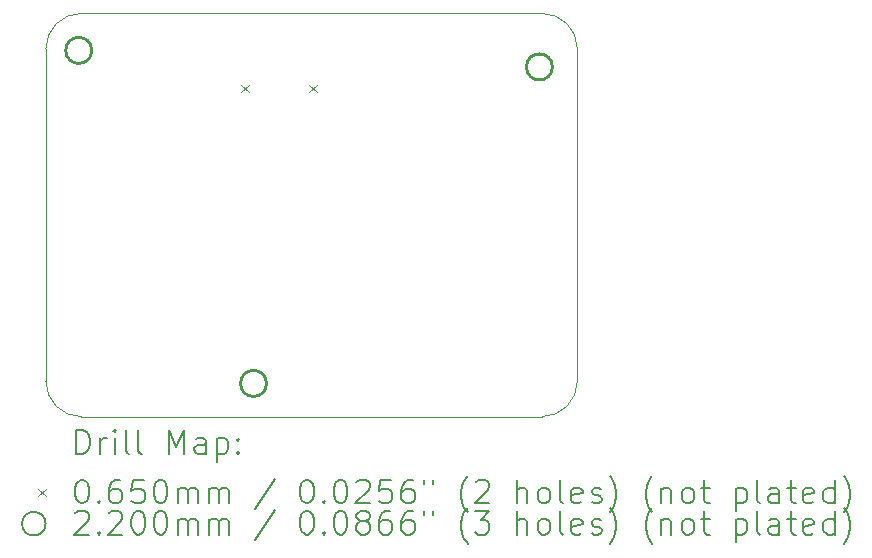
<source format=gbr>
%TF.GenerationSoftware,KiCad,Pcbnew,8.0.4*%
%TF.CreationDate,2024-10-06T13:03:44-05:00*%
%TF.ProjectId,BinauralMic,42696e61-7572-4616-9c4d-69632e6b6963,rev?*%
%TF.SameCoordinates,Original*%
%TF.FileFunction,Drillmap*%
%TF.FilePolarity,Positive*%
%FSLAX45Y45*%
G04 Gerber Fmt 4.5, Leading zero omitted, Abs format (unit mm)*
G04 Created by KiCad (PCBNEW 8.0.4) date 2024-10-06 13:03:44*
%MOMM*%
%LPD*%
G01*
G04 APERTURE LIST*
%ADD10C,0.050000*%
%ADD11C,0.200000*%
%ADD12C,0.100000*%
%ADD13C,0.220000*%
G04 APERTURE END LIST*
D10*
X16581598Y-5405955D02*
X16581598Y-8220955D01*
X12381598Y-8520955D02*
G75*
G02*
X12081595Y-8220954I2J300005D01*
G01*
X16281598Y-8520955D02*
X12381598Y-8520955D01*
X16281598Y-5105955D02*
G75*
G02*
X16581595Y-5405955I2J-299995D01*
G01*
X12081598Y-5405955D02*
G75*
G02*
X12381598Y-5105948I300002J5D01*
G01*
X12381598Y-5105955D02*
X16281598Y-5105955D01*
X12081598Y-8220954D02*
X12081598Y-5405955D01*
X16581598Y-8220955D02*
G75*
G02*
X16281598Y-8520958I-300008J5D01*
G01*
D11*
D12*
X13735098Y-5708955D02*
X13800098Y-5773955D01*
X13800098Y-5708955D02*
X13735098Y-5773955D01*
X14313098Y-5708955D02*
X14378098Y-5773955D01*
X14378098Y-5708955D02*
X14313098Y-5773955D01*
D13*
X12470000Y-5420000D02*
G75*
G02*
X12250000Y-5420000I-110000J0D01*
G01*
X12250000Y-5420000D02*
G75*
G02*
X12470000Y-5420000I110000J0D01*
G01*
X13950000Y-8240000D02*
G75*
G02*
X13730000Y-8240000I-110000J0D01*
G01*
X13730000Y-8240000D02*
G75*
G02*
X13950000Y-8240000I110000J0D01*
G01*
X16370000Y-5560000D02*
G75*
G02*
X16150000Y-5560000I-110000J0D01*
G01*
X16150000Y-5560000D02*
G75*
G02*
X16370000Y-5560000I110000J0D01*
G01*
D11*
X12339875Y-8834939D02*
X12339875Y-8634939D01*
X12339875Y-8634939D02*
X12387494Y-8634939D01*
X12387494Y-8634939D02*
X12416065Y-8644462D01*
X12416065Y-8644462D02*
X12435113Y-8663510D01*
X12435113Y-8663510D02*
X12444637Y-8682558D01*
X12444637Y-8682558D02*
X12454160Y-8720653D01*
X12454160Y-8720653D02*
X12454160Y-8749224D01*
X12454160Y-8749224D02*
X12444637Y-8787319D01*
X12444637Y-8787319D02*
X12435113Y-8806367D01*
X12435113Y-8806367D02*
X12416065Y-8825415D01*
X12416065Y-8825415D02*
X12387494Y-8834939D01*
X12387494Y-8834939D02*
X12339875Y-8834939D01*
X12539875Y-8834939D02*
X12539875Y-8701605D01*
X12539875Y-8739700D02*
X12549399Y-8720653D01*
X12549399Y-8720653D02*
X12558922Y-8711129D01*
X12558922Y-8711129D02*
X12577970Y-8701605D01*
X12577970Y-8701605D02*
X12597018Y-8701605D01*
X12663684Y-8834939D02*
X12663684Y-8701605D01*
X12663684Y-8634939D02*
X12654160Y-8644462D01*
X12654160Y-8644462D02*
X12663684Y-8653986D01*
X12663684Y-8653986D02*
X12673208Y-8644462D01*
X12673208Y-8644462D02*
X12663684Y-8634939D01*
X12663684Y-8634939D02*
X12663684Y-8653986D01*
X12787494Y-8834939D02*
X12768446Y-8825415D01*
X12768446Y-8825415D02*
X12758922Y-8806367D01*
X12758922Y-8806367D02*
X12758922Y-8634939D01*
X12892256Y-8834939D02*
X12873208Y-8825415D01*
X12873208Y-8825415D02*
X12863684Y-8806367D01*
X12863684Y-8806367D02*
X12863684Y-8634939D01*
X13120827Y-8834939D02*
X13120827Y-8634939D01*
X13120827Y-8634939D02*
X13187494Y-8777796D01*
X13187494Y-8777796D02*
X13254160Y-8634939D01*
X13254160Y-8634939D02*
X13254160Y-8834939D01*
X13435113Y-8834939D02*
X13435113Y-8730177D01*
X13435113Y-8730177D02*
X13425589Y-8711129D01*
X13425589Y-8711129D02*
X13406541Y-8701605D01*
X13406541Y-8701605D02*
X13368446Y-8701605D01*
X13368446Y-8701605D02*
X13349399Y-8711129D01*
X13435113Y-8825415D02*
X13416065Y-8834939D01*
X13416065Y-8834939D02*
X13368446Y-8834939D01*
X13368446Y-8834939D02*
X13349399Y-8825415D01*
X13349399Y-8825415D02*
X13339875Y-8806367D01*
X13339875Y-8806367D02*
X13339875Y-8787319D01*
X13339875Y-8787319D02*
X13349399Y-8768272D01*
X13349399Y-8768272D02*
X13368446Y-8758748D01*
X13368446Y-8758748D02*
X13416065Y-8758748D01*
X13416065Y-8758748D02*
X13435113Y-8749224D01*
X13530351Y-8701605D02*
X13530351Y-8901605D01*
X13530351Y-8711129D02*
X13549399Y-8701605D01*
X13549399Y-8701605D02*
X13587494Y-8701605D01*
X13587494Y-8701605D02*
X13606541Y-8711129D01*
X13606541Y-8711129D02*
X13616065Y-8720653D01*
X13616065Y-8720653D02*
X13625589Y-8739700D01*
X13625589Y-8739700D02*
X13625589Y-8796843D01*
X13625589Y-8796843D02*
X13616065Y-8815891D01*
X13616065Y-8815891D02*
X13606541Y-8825415D01*
X13606541Y-8825415D02*
X13587494Y-8834939D01*
X13587494Y-8834939D02*
X13549399Y-8834939D01*
X13549399Y-8834939D02*
X13530351Y-8825415D01*
X13711303Y-8815891D02*
X13720827Y-8825415D01*
X13720827Y-8825415D02*
X13711303Y-8834939D01*
X13711303Y-8834939D02*
X13701780Y-8825415D01*
X13701780Y-8825415D02*
X13711303Y-8815891D01*
X13711303Y-8815891D02*
X13711303Y-8834939D01*
X13711303Y-8711129D02*
X13720827Y-8720653D01*
X13720827Y-8720653D02*
X13711303Y-8730177D01*
X13711303Y-8730177D02*
X13701780Y-8720653D01*
X13701780Y-8720653D02*
X13711303Y-8711129D01*
X13711303Y-8711129D02*
X13711303Y-8730177D01*
D12*
X12014098Y-9130955D02*
X12079098Y-9195955D01*
X12079098Y-9130955D02*
X12014098Y-9195955D01*
D11*
X12377970Y-9054939D02*
X12397018Y-9054939D01*
X12397018Y-9054939D02*
X12416065Y-9064462D01*
X12416065Y-9064462D02*
X12425589Y-9073986D01*
X12425589Y-9073986D02*
X12435113Y-9093034D01*
X12435113Y-9093034D02*
X12444637Y-9131129D01*
X12444637Y-9131129D02*
X12444637Y-9178748D01*
X12444637Y-9178748D02*
X12435113Y-9216843D01*
X12435113Y-9216843D02*
X12425589Y-9235891D01*
X12425589Y-9235891D02*
X12416065Y-9245415D01*
X12416065Y-9245415D02*
X12397018Y-9254939D01*
X12397018Y-9254939D02*
X12377970Y-9254939D01*
X12377970Y-9254939D02*
X12358922Y-9245415D01*
X12358922Y-9245415D02*
X12349399Y-9235891D01*
X12349399Y-9235891D02*
X12339875Y-9216843D01*
X12339875Y-9216843D02*
X12330351Y-9178748D01*
X12330351Y-9178748D02*
X12330351Y-9131129D01*
X12330351Y-9131129D02*
X12339875Y-9093034D01*
X12339875Y-9093034D02*
X12349399Y-9073986D01*
X12349399Y-9073986D02*
X12358922Y-9064462D01*
X12358922Y-9064462D02*
X12377970Y-9054939D01*
X12530351Y-9235891D02*
X12539875Y-9245415D01*
X12539875Y-9245415D02*
X12530351Y-9254939D01*
X12530351Y-9254939D02*
X12520827Y-9245415D01*
X12520827Y-9245415D02*
X12530351Y-9235891D01*
X12530351Y-9235891D02*
X12530351Y-9254939D01*
X12711303Y-9054939D02*
X12673208Y-9054939D01*
X12673208Y-9054939D02*
X12654160Y-9064462D01*
X12654160Y-9064462D02*
X12644637Y-9073986D01*
X12644637Y-9073986D02*
X12625589Y-9102558D01*
X12625589Y-9102558D02*
X12616065Y-9140653D01*
X12616065Y-9140653D02*
X12616065Y-9216843D01*
X12616065Y-9216843D02*
X12625589Y-9235891D01*
X12625589Y-9235891D02*
X12635113Y-9245415D01*
X12635113Y-9245415D02*
X12654160Y-9254939D01*
X12654160Y-9254939D02*
X12692256Y-9254939D01*
X12692256Y-9254939D02*
X12711303Y-9245415D01*
X12711303Y-9245415D02*
X12720827Y-9235891D01*
X12720827Y-9235891D02*
X12730351Y-9216843D01*
X12730351Y-9216843D02*
X12730351Y-9169224D01*
X12730351Y-9169224D02*
X12720827Y-9150177D01*
X12720827Y-9150177D02*
X12711303Y-9140653D01*
X12711303Y-9140653D02*
X12692256Y-9131129D01*
X12692256Y-9131129D02*
X12654160Y-9131129D01*
X12654160Y-9131129D02*
X12635113Y-9140653D01*
X12635113Y-9140653D02*
X12625589Y-9150177D01*
X12625589Y-9150177D02*
X12616065Y-9169224D01*
X12911303Y-9054939D02*
X12816065Y-9054939D01*
X12816065Y-9054939D02*
X12806541Y-9150177D01*
X12806541Y-9150177D02*
X12816065Y-9140653D01*
X12816065Y-9140653D02*
X12835113Y-9131129D01*
X12835113Y-9131129D02*
X12882732Y-9131129D01*
X12882732Y-9131129D02*
X12901780Y-9140653D01*
X12901780Y-9140653D02*
X12911303Y-9150177D01*
X12911303Y-9150177D02*
X12920827Y-9169224D01*
X12920827Y-9169224D02*
X12920827Y-9216843D01*
X12920827Y-9216843D02*
X12911303Y-9235891D01*
X12911303Y-9235891D02*
X12901780Y-9245415D01*
X12901780Y-9245415D02*
X12882732Y-9254939D01*
X12882732Y-9254939D02*
X12835113Y-9254939D01*
X12835113Y-9254939D02*
X12816065Y-9245415D01*
X12816065Y-9245415D02*
X12806541Y-9235891D01*
X13044637Y-9054939D02*
X13063684Y-9054939D01*
X13063684Y-9054939D02*
X13082732Y-9064462D01*
X13082732Y-9064462D02*
X13092256Y-9073986D01*
X13092256Y-9073986D02*
X13101780Y-9093034D01*
X13101780Y-9093034D02*
X13111303Y-9131129D01*
X13111303Y-9131129D02*
X13111303Y-9178748D01*
X13111303Y-9178748D02*
X13101780Y-9216843D01*
X13101780Y-9216843D02*
X13092256Y-9235891D01*
X13092256Y-9235891D02*
X13082732Y-9245415D01*
X13082732Y-9245415D02*
X13063684Y-9254939D01*
X13063684Y-9254939D02*
X13044637Y-9254939D01*
X13044637Y-9254939D02*
X13025589Y-9245415D01*
X13025589Y-9245415D02*
X13016065Y-9235891D01*
X13016065Y-9235891D02*
X13006541Y-9216843D01*
X13006541Y-9216843D02*
X12997018Y-9178748D01*
X12997018Y-9178748D02*
X12997018Y-9131129D01*
X12997018Y-9131129D02*
X13006541Y-9093034D01*
X13006541Y-9093034D02*
X13016065Y-9073986D01*
X13016065Y-9073986D02*
X13025589Y-9064462D01*
X13025589Y-9064462D02*
X13044637Y-9054939D01*
X13197018Y-9254939D02*
X13197018Y-9121605D01*
X13197018Y-9140653D02*
X13206541Y-9131129D01*
X13206541Y-9131129D02*
X13225589Y-9121605D01*
X13225589Y-9121605D02*
X13254161Y-9121605D01*
X13254161Y-9121605D02*
X13273208Y-9131129D01*
X13273208Y-9131129D02*
X13282732Y-9150177D01*
X13282732Y-9150177D02*
X13282732Y-9254939D01*
X13282732Y-9150177D02*
X13292256Y-9131129D01*
X13292256Y-9131129D02*
X13311303Y-9121605D01*
X13311303Y-9121605D02*
X13339875Y-9121605D01*
X13339875Y-9121605D02*
X13358922Y-9131129D01*
X13358922Y-9131129D02*
X13368446Y-9150177D01*
X13368446Y-9150177D02*
X13368446Y-9254939D01*
X13463684Y-9254939D02*
X13463684Y-9121605D01*
X13463684Y-9140653D02*
X13473208Y-9131129D01*
X13473208Y-9131129D02*
X13492256Y-9121605D01*
X13492256Y-9121605D02*
X13520827Y-9121605D01*
X13520827Y-9121605D02*
X13539875Y-9131129D01*
X13539875Y-9131129D02*
X13549399Y-9150177D01*
X13549399Y-9150177D02*
X13549399Y-9254939D01*
X13549399Y-9150177D02*
X13558922Y-9131129D01*
X13558922Y-9131129D02*
X13577970Y-9121605D01*
X13577970Y-9121605D02*
X13606541Y-9121605D01*
X13606541Y-9121605D02*
X13625589Y-9131129D01*
X13625589Y-9131129D02*
X13635113Y-9150177D01*
X13635113Y-9150177D02*
X13635113Y-9254939D01*
X14025589Y-9045415D02*
X13854161Y-9302558D01*
X14282732Y-9054939D02*
X14301780Y-9054939D01*
X14301780Y-9054939D02*
X14320827Y-9064462D01*
X14320827Y-9064462D02*
X14330351Y-9073986D01*
X14330351Y-9073986D02*
X14339875Y-9093034D01*
X14339875Y-9093034D02*
X14349399Y-9131129D01*
X14349399Y-9131129D02*
X14349399Y-9178748D01*
X14349399Y-9178748D02*
X14339875Y-9216843D01*
X14339875Y-9216843D02*
X14330351Y-9235891D01*
X14330351Y-9235891D02*
X14320827Y-9245415D01*
X14320827Y-9245415D02*
X14301780Y-9254939D01*
X14301780Y-9254939D02*
X14282732Y-9254939D01*
X14282732Y-9254939D02*
X14263684Y-9245415D01*
X14263684Y-9245415D02*
X14254161Y-9235891D01*
X14254161Y-9235891D02*
X14244637Y-9216843D01*
X14244637Y-9216843D02*
X14235113Y-9178748D01*
X14235113Y-9178748D02*
X14235113Y-9131129D01*
X14235113Y-9131129D02*
X14244637Y-9093034D01*
X14244637Y-9093034D02*
X14254161Y-9073986D01*
X14254161Y-9073986D02*
X14263684Y-9064462D01*
X14263684Y-9064462D02*
X14282732Y-9054939D01*
X14435113Y-9235891D02*
X14444637Y-9245415D01*
X14444637Y-9245415D02*
X14435113Y-9254939D01*
X14435113Y-9254939D02*
X14425589Y-9245415D01*
X14425589Y-9245415D02*
X14435113Y-9235891D01*
X14435113Y-9235891D02*
X14435113Y-9254939D01*
X14568446Y-9054939D02*
X14587494Y-9054939D01*
X14587494Y-9054939D02*
X14606542Y-9064462D01*
X14606542Y-9064462D02*
X14616065Y-9073986D01*
X14616065Y-9073986D02*
X14625589Y-9093034D01*
X14625589Y-9093034D02*
X14635113Y-9131129D01*
X14635113Y-9131129D02*
X14635113Y-9178748D01*
X14635113Y-9178748D02*
X14625589Y-9216843D01*
X14625589Y-9216843D02*
X14616065Y-9235891D01*
X14616065Y-9235891D02*
X14606542Y-9245415D01*
X14606542Y-9245415D02*
X14587494Y-9254939D01*
X14587494Y-9254939D02*
X14568446Y-9254939D01*
X14568446Y-9254939D02*
X14549399Y-9245415D01*
X14549399Y-9245415D02*
X14539875Y-9235891D01*
X14539875Y-9235891D02*
X14530351Y-9216843D01*
X14530351Y-9216843D02*
X14520827Y-9178748D01*
X14520827Y-9178748D02*
X14520827Y-9131129D01*
X14520827Y-9131129D02*
X14530351Y-9093034D01*
X14530351Y-9093034D02*
X14539875Y-9073986D01*
X14539875Y-9073986D02*
X14549399Y-9064462D01*
X14549399Y-9064462D02*
X14568446Y-9054939D01*
X14711304Y-9073986D02*
X14720827Y-9064462D01*
X14720827Y-9064462D02*
X14739875Y-9054939D01*
X14739875Y-9054939D02*
X14787494Y-9054939D01*
X14787494Y-9054939D02*
X14806542Y-9064462D01*
X14806542Y-9064462D02*
X14816065Y-9073986D01*
X14816065Y-9073986D02*
X14825589Y-9093034D01*
X14825589Y-9093034D02*
X14825589Y-9112081D01*
X14825589Y-9112081D02*
X14816065Y-9140653D01*
X14816065Y-9140653D02*
X14701780Y-9254939D01*
X14701780Y-9254939D02*
X14825589Y-9254939D01*
X15006542Y-9054939D02*
X14911304Y-9054939D01*
X14911304Y-9054939D02*
X14901780Y-9150177D01*
X14901780Y-9150177D02*
X14911304Y-9140653D01*
X14911304Y-9140653D02*
X14930351Y-9131129D01*
X14930351Y-9131129D02*
X14977970Y-9131129D01*
X14977970Y-9131129D02*
X14997018Y-9140653D01*
X14997018Y-9140653D02*
X15006542Y-9150177D01*
X15006542Y-9150177D02*
X15016065Y-9169224D01*
X15016065Y-9169224D02*
X15016065Y-9216843D01*
X15016065Y-9216843D02*
X15006542Y-9235891D01*
X15006542Y-9235891D02*
X14997018Y-9245415D01*
X14997018Y-9245415D02*
X14977970Y-9254939D01*
X14977970Y-9254939D02*
X14930351Y-9254939D01*
X14930351Y-9254939D02*
X14911304Y-9245415D01*
X14911304Y-9245415D02*
X14901780Y-9235891D01*
X15187494Y-9054939D02*
X15149399Y-9054939D01*
X15149399Y-9054939D02*
X15130351Y-9064462D01*
X15130351Y-9064462D02*
X15120827Y-9073986D01*
X15120827Y-9073986D02*
X15101780Y-9102558D01*
X15101780Y-9102558D02*
X15092256Y-9140653D01*
X15092256Y-9140653D02*
X15092256Y-9216843D01*
X15092256Y-9216843D02*
X15101780Y-9235891D01*
X15101780Y-9235891D02*
X15111304Y-9245415D01*
X15111304Y-9245415D02*
X15130351Y-9254939D01*
X15130351Y-9254939D02*
X15168446Y-9254939D01*
X15168446Y-9254939D02*
X15187494Y-9245415D01*
X15187494Y-9245415D02*
X15197018Y-9235891D01*
X15197018Y-9235891D02*
X15206542Y-9216843D01*
X15206542Y-9216843D02*
X15206542Y-9169224D01*
X15206542Y-9169224D02*
X15197018Y-9150177D01*
X15197018Y-9150177D02*
X15187494Y-9140653D01*
X15187494Y-9140653D02*
X15168446Y-9131129D01*
X15168446Y-9131129D02*
X15130351Y-9131129D01*
X15130351Y-9131129D02*
X15111304Y-9140653D01*
X15111304Y-9140653D02*
X15101780Y-9150177D01*
X15101780Y-9150177D02*
X15092256Y-9169224D01*
X15282732Y-9054939D02*
X15282732Y-9093034D01*
X15358923Y-9054939D02*
X15358923Y-9093034D01*
X15654161Y-9331129D02*
X15644637Y-9321605D01*
X15644637Y-9321605D02*
X15625589Y-9293034D01*
X15625589Y-9293034D02*
X15616066Y-9273986D01*
X15616066Y-9273986D02*
X15606542Y-9245415D01*
X15606542Y-9245415D02*
X15597018Y-9197796D01*
X15597018Y-9197796D02*
X15597018Y-9159700D01*
X15597018Y-9159700D02*
X15606542Y-9112081D01*
X15606542Y-9112081D02*
X15616066Y-9083510D01*
X15616066Y-9083510D02*
X15625589Y-9064462D01*
X15625589Y-9064462D02*
X15644637Y-9035891D01*
X15644637Y-9035891D02*
X15654161Y-9026367D01*
X15720827Y-9073986D02*
X15730351Y-9064462D01*
X15730351Y-9064462D02*
X15749399Y-9054939D01*
X15749399Y-9054939D02*
X15797018Y-9054939D01*
X15797018Y-9054939D02*
X15816066Y-9064462D01*
X15816066Y-9064462D02*
X15825589Y-9073986D01*
X15825589Y-9073986D02*
X15835113Y-9093034D01*
X15835113Y-9093034D02*
X15835113Y-9112081D01*
X15835113Y-9112081D02*
X15825589Y-9140653D01*
X15825589Y-9140653D02*
X15711304Y-9254939D01*
X15711304Y-9254939D02*
X15835113Y-9254939D01*
X16073208Y-9254939D02*
X16073208Y-9054939D01*
X16158923Y-9254939D02*
X16158923Y-9150177D01*
X16158923Y-9150177D02*
X16149399Y-9131129D01*
X16149399Y-9131129D02*
X16130351Y-9121605D01*
X16130351Y-9121605D02*
X16101780Y-9121605D01*
X16101780Y-9121605D02*
X16082732Y-9131129D01*
X16082732Y-9131129D02*
X16073208Y-9140653D01*
X16282732Y-9254939D02*
X16263685Y-9245415D01*
X16263685Y-9245415D02*
X16254161Y-9235891D01*
X16254161Y-9235891D02*
X16244637Y-9216843D01*
X16244637Y-9216843D02*
X16244637Y-9159700D01*
X16244637Y-9159700D02*
X16254161Y-9140653D01*
X16254161Y-9140653D02*
X16263685Y-9131129D01*
X16263685Y-9131129D02*
X16282732Y-9121605D01*
X16282732Y-9121605D02*
X16311304Y-9121605D01*
X16311304Y-9121605D02*
X16330351Y-9131129D01*
X16330351Y-9131129D02*
X16339875Y-9140653D01*
X16339875Y-9140653D02*
X16349399Y-9159700D01*
X16349399Y-9159700D02*
X16349399Y-9216843D01*
X16349399Y-9216843D02*
X16339875Y-9235891D01*
X16339875Y-9235891D02*
X16330351Y-9245415D01*
X16330351Y-9245415D02*
X16311304Y-9254939D01*
X16311304Y-9254939D02*
X16282732Y-9254939D01*
X16463685Y-9254939D02*
X16444637Y-9245415D01*
X16444637Y-9245415D02*
X16435113Y-9226367D01*
X16435113Y-9226367D02*
X16435113Y-9054939D01*
X16616066Y-9245415D02*
X16597018Y-9254939D01*
X16597018Y-9254939D02*
X16558923Y-9254939D01*
X16558923Y-9254939D02*
X16539875Y-9245415D01*
X16539875Y-9245415D02*
X16530351Y-9226367D01*
X16530351Y-9226367D02*
X16530351Y-9150177D01*
X16530351Y-9150177D02*
X16539875Y-9131129D01*
X16539875Y-9131129D02*
X16558923Y-9121605D01*
X16558923Y-9121605D02*
X16597018Y-9121605D01*
X16597018Y-9121605D02*
X16616066Y-9131129D01*
X16616066Y-9131129D02*
X16625589Y-9150177D01*
X16625589Y-9150177D02*
X16625589Y-9169224D01*
X16625589Y-9169224D02*
X16530351Y-9188272D01*
X16701780Y-9245415D02*
X16720828Y-9254939D01*
X16720828Y-9254939D02*
X16758923Y-9254939D01*
X16758923Y-9254939D02*
X16777971Y-9245415D01*
X16777971Y-9245415D02*
X16787494Y-9226367D01*
X16787494Y-9226367D02*
X16787494Y-9216843D01*
X16787494Y-9216843D02*
X16777971Y-9197796D01*
X16777971Y-9197796D02*
X16758923Y-9188272D01*
X16758923Y-9188272D02*
X16730351Y-9188272D01*
X16730351Y-9188272D02*
X16711304Y-9178748D01*
X16711304Y-9178748D02*
X16701780Y-9159700D01*
X16701780Y-9159700D02*
X16701780Y-9150177D01*
X16701780Y-9150177D02*
X16711304Y-9131129D01*
X16711304Y-9131129D02*
X16730351Y-9121605D01*
X16730351Y-9121605D02*
X16758923Y-9121605D01*
X16758923Y-9121605D02*
X16777971Y-9131129D01*
X16854161Y-9331129D02*
X16863685Y-9321605D01*
X16863685Y-9321605D02*
X16882732Y-9293034D01*
X16882732Y-9293034D02*
X16892256Y-9273986D01*
X16892256Y-9273986D02*
X16901780Y-9245415D01*
X16901780Y-9245415D02*
X16911304Y-9197796D01*
X16911304Y-9197796D02*
X16911304Y-9159700D01*
X16911304Y-9159700D02*
X16901780Y-9112081D01*
X16901780Y-9112081D02*
X16892256Y-9083510D01*
X16892256Y-9083510D02*
X16882732Y-9064462D01*
X16882732Y-9064462D02*
X16863685Y-9035891D01*
X16863685Y-9035891D02*
X16854161Y-9026367D01*
X17216066Y-9331129D02*
X17206542Y-9321605D01*
X17206542Y-9321605D02*
X17187494Y-9293034D01*
X17187494Y-9293034D02*
X17177971Y-9273986D01*
X17177971Y-9273986D02*
X17168447Y-9245415D01*
X17168447Y-9245415D02*
X17158923Y-9197796D01*
X17158923Y-9197796D02*
X17158923Y-9159700D01*
X17158923Y-9159700D02*
X17168447Y-9112081D01*
X17168447Y-9112081D02*
X17177971Y-9083510D01*
X17177971Y-9083510D02*
X17187494Y-9064462D01*
X17187494Y-9064462D02*
X17206542Y-9035891D01*
X17206542Y-9035891D02*
X17216066Y-9026367D01*
X17292256Y-9121605D02*
X17292256Y-9254939D01*
X17292256Y-9140653D02*
X17301780Y-9131129D01*
X17301780Y-9131129D02*
X17320828Y-9121605D01*
X17320828Y-9121605D02*
X17349399Y-9121605D01*
X17349399Y-9121605D02*
X17368447Y-9131129D01*
X17368447Y-9131129D02*
X17377971Y-9150177D01*
X17377971Y-9150177D02*
X17377971Y-9254939D01*
X17501780Y-9254939D02*
X17482732Y-9245415D01*
X17482732Y-9245415D02*
X17473209Y-9235891D01*
X17473209Y-9235891D02*
X17463685Y-9216843D01*
X17463685Y-9216843D02*
X17463685Y-9159700D01*
X17463685Y-9159700D02*
X17473209Y-9140653D01*
X17473209Y-9140653D02*
X17482732Y-9131129D01*
X17482732Y-9131129D02*
X17501780Y-9121605D01*
X17501780Y-9121605D02*
X17530352Y-9121605D01*
X17530352Y-9121605D02*
X17549399Y-9131129D01*
X17549399Y-9131129D02*
X17558923Y-9140653D01*
X17558923Y-9140653D02*
X17568447Y-9159700D01*
X17568447Y-9159700D02*
X17568447Y-9216843D01*
X17568447Y-9216843D02*
X17558923Y-9235891D01*
X17558923Y-9235891D02*
X17549399Y-9245415D01*
X17549399Y-9245415D02*
X17530352Y-9254939D01*
X17530352Y-9254939D02*
X17501780Y-9254939D01*
X17625590Y-9121605D02*
X17701780Y-9121605D01*
X17654161Y-9054939D02*
X17654161Y-9226367D01*
X17654161Y-9226367D02*
X17663685Y-9245415D01*
X17663685Y-9245415D02*
X17682732Y-9254939D01*
X17682732Y-9254939D02*
X17701780Y-9254939D01*
X17920828Y-9121605D02*
X17920828Y-9321605D01*
X17920828Y-9131129D02*
X17939875Y-9121605D01*
X17939875Y-9121605D02*
X17977971Y-9121605D01*
X17977971Y-9121605D02*
X17997018Y-9131129D01*
X17997018Y-9131129D02*
X18006542Y-9140653D01*
X18006542Y-9140653D02*
X18016066Y-9159700D01*
X18016066Y-9159700D02*
X18016066Y-9216843D01*
X18016066Y-9216843D02*
X18006542Y-9235891D01*
X18006542Y-9235891D02*
X17997018Y-9245415D01*
X17997018Y-9245415D02*
X17977971Y-9254939D01*
X17977971Y-9254939D02*
X17939875Y-9254939D01*
X17939875Y-9254939D02*
X17920828Y-9245415D01*
X18130352Y-9254939D02*
X18111304Y-9245415D01*
X18111304Y-9245415D02*
X18101780Y-9226367D01*
X18101780Y-9226367D02*
X18101780Y-9054939D01*
X18292256Y-9254939D02*
X18292256Y-9150177D01*
X18292256Y-9150177D02*
X18282733Y-9131129D01*
X18282733Y-9131129D02*
X18263685Y-9121605D01*
X18263685Y-9121605D02*
X18225590Y-9121605D01*
X18225590Y-9121605D02*
X18206542Y-9131129D01*
X18292256Y-9245415D02*
X18273209Y-9254939D01*
X18273209Y-9254939D02*
X18225590Y-9254939D01*
X18225590Y-9254939D02*
X18206542Y-9245415D01*
X18206542Y-9245415D02*
X18197018Y-9226367D01*
X18197018Y-9226367D02*
X18197018Y-9207319D01*
X18197018Y-9207319D02*
X18206542Y-9188272D01*
X18206542Y-9188272D02*
X18225590Y-9178748D01*
X18225590Y-9178748D02*
X18273209Y-9178748D01*
X18273209Y-9178748D02*
X18292256Y-9169224D01*
X18358923Y-9121605D02*
X18435113Y-9121605D01*
X18387494Y-9054939D02*
X18387494Y-9226367D01*
X18387494Y-9226367D02*
X18397018Y-9245415D01*
X18397018Y-9245415D02*
X18416066Y-9254939D01*
X18416066Y-9254939D02*
X18435113Y-9254939D01*
X18577971Y-9245415D02*
X18558923Y-9254939D01*
X18558923Y-9254939D02*
X18520828Y-9254939D01*
X18520828Y-9254939D02*
X18501780Y-9245415D01*
X18501780Y-9245415D02*
X18492256Y-9226367D01*
X18492256Y-9226367D02*
X18492256Y-9150177D01*
X18492256Y-9150177D02*
X18501780Y-9131129D01*
X18501780Y-9131129D02*
X18520828Y-9121605D01*
X18520828Y-9121605D02*
X18558923Y-9121605D01*
X18558923Y-9121605D02*
X18577971Y-9131129D01*
X18577971Y-9131129D02*
X18587494Y-9150177D01*
X18587494Y-9150177D02*
X18587494Y-9169224D01*
X18587494Y-9169224D02*
X18492256Y-9188272D01*
X18758923Y-9254939D02*
X18758923Y-9054939D01*
X18758923Y-9245415D02*
X18739875Y-9254939D01*
X18739875Y-9254939D02*
X18701780Y-9254939D01*
X18701780Y-9254939D02*
X18682733Y-9245415D01*
X18682733Y-9245415D02*
X18673209Y-9235891D01*
X18673209Y-9235891D02*
X18663685Y-9216843D01*
X18663685Y-9216843D02*
X18663685Y-9159700D01*
X18663685Y-9159700D02*
X18673209Y-9140653D01*
X18673209Y-9140653D02*
X18682733Y-9131129D01*
X18682733Y-9131129D02*
X18701780Y-9121605D01*
X18701780Y-9121605D02*
X18739875Y-9121605D01*
X18739875Y-9121605D02*
X18758923Y-9131129D01*
X18835114Y-9331129D02*
X18844637Y-9321605D01*
X18844637Y-9321605D02*
X18863685Y-9293034D01*
X18863685Y-9293034D02*
X18873209Y-9273986D01*
X18873209Y-9273986D02*
X18882733Y-9245415D01*
X18882733Y-9245415D02*
X18892256Y-9197796D01*
X18892256Y-9197796D02*
X18892256Y-9159700D01*
X18892256Y-9159700D02*
X18882733Y-9112081D01*
X18882733Y-9112081D02*
X18873209Y-9083510D01*
X18873209Y-9083510D02*
X18863685Y-9064462D01*
X18863685Y-9064462D02*
X18844637Y-9035891D01*
X18844637Y-9035891D02*
X18835114Y-9026367D01*
X12079098Y-9427455D02*
G75*
G02*
X11879098Y-9427455I-100000J0D01*
G01*
X11879098Y-9427455D02*
G75*
G02*
X12079098Y-9427455I100000J0D01*
G01*
X12330351Y-9337986D02*
X12339875Y-9328462D01*
X12339875Y-9328462D02*
X12358922Y-9318939D01*
X12358922Y-9318939D02*
X12406541Y-9318939D01*
X12406541Y-9318939D02*
X12425589Y-9328462D01*
X12425589Y-9328462D02*
X12435113Y-9337986D01*
X12435113Y-9337986D02*
X12444637Y-9357034D01*
X12444637Y-9357034D02*
X12444637Y-9376081D01*
X12444637Y-9376081D02*
X12435113Y-9404653D01*
X12435113Y-9404653D02*
X12320827Y-9518939D01*
X12320827Y-9518939D02*
X12444637Y-9518939D01*
X12530351Y-9499891D02*
X12539875Y-9509415D01*
X12539875Y-9509415D02*
X12530351Y-9518939D01*
X12530351Y-9518939D02*
X12520827Y-9509415D01*
X12520827Y-9509415D02*
X12530351Y-9499891D01*
X12530351Y-9499891D02*
X12530351Y-9518939D01*
X12616065Y-9337986D02*
X12625589Y-9328462D01*
X12625589Y-9328462D02*
X12644637Y-9318939D01*
X12644637Y-9318939D02*
X12692256Y-9318939D01*
X12692256Y-9318939D02*
X12711303Y-9328462D01*
X12711303Y-9328462D02*
X12720827Y-9337986D01*
X12720827Y-9337986D02*
X12730351Y-9357034D01*
X12730351Y-9357034D02*
X12730351Y-9376081D01*
X12730351Y-9376081D02*
X12720827Y-9404653D01*
X12720827Y-9404653D02*
X12606541Y-9518939D01*
X12606541Y-9518939D02*
X12730351Y-9518939D01*
X12854160Y-9318939D02*
X12873208Y-9318939D01*
X12873208Y-9318939D02*
X12892256Y-9328462D01*
X12892256Y-9328462D02*
X12901780Y-9337986D01*
X12901780Y-9337986D02*
X12911303Y-9357034D01*
X12911303Y-9357034D02*
X12920827Y-9395129D01*
X12920827Y-9395129D02*
X12920827Y-9442748D01*
X12920827Y-9442748D02*
X12911303Y-9480843D01*
X12911303Y-9480843D02*
X12901780Y-9499891D01*
X12901780Y-9499891D02*
X12892256Y-9509415D01*
X12892256Y-9509415D02*
X12873208Y-9518939D01*
X12873208Y-9518939D02*
X12854160Y-9518939D01*
X12854160Y-9518939D02*
X12835113Y-9509415D01*
X12835113Y-9509415D02*
X12825589Y-9499891D01*
X12825589Y-9499891D02*
X12816065Y-9480843D01*
X12816065Y-9480843D02*
X12806541Y-9442748D01*
X12806541Y-9442748D02*
X12806541Y-9395129D01*
X12806541Y-9395129D02*
X12816065Y-9357034D01*
X12816065Y-9357034D02*
X12825589Y-9337986D01*
X12825589Y-9337986D02*
X12835113Y-9328462D01*
X12835113Y-9328462D02*
X12854160Y-9318939D01*
X13044637Y-9318939D02*
X13063684Y-9318939D01*
X13063684Y-9318939D02*
X13082732Y-9328462D01*
X13082732Y-9328462D02*
X13092256Y-9337986D01*
X13092256Y-9337986D02*
X13101780Y-9357034D01*
X13101780Y-9357034D02*
X13111303Y-9395129D01*
X13111303Y-9395129D02*
X13111303Y-9442748D01*
X13111303Y-9442748D02*
X13101780Y-9480843D01*
X13101780Y-9480843D02*
X13092256Y-9499891D01*
X13092256Y-9499891D02*
X13082732Y-9509415D01*
X13082732Y-9509415D02*
X13063684Y-9518939D01*
X13063684Y-9518939D02*
X13044637Y-9518939D01*
X13044637Y-9518939D02*
X13025589Y-9509415D01*
X13025589Y-9509415D02*
X13016065Y-9499891D01*
X13016065Y-9499891D02*
X13006541Y-9480843D01*
X13006541Y-9480843D02*
X12997018Y-9442748D01*
X12997018Y-9442748D02*
X12997018Y-9395129D01*
X12997018Y-9395129D02*
X13006541Y-9357034D01*
X13006541Y-9357034D02*
X13016065Y-9337986D01*
X13016065Y-9337986D02*
X13025589Y-9328462D01*
X13025589Y-9328462D02*
X13044637Y-9318939D01*
X13197018Y-9518939D02*
X13197018Y-9385605D01*
X13197018Y-9404653D02*
X13206541Y-9395129D01*
X13206541Y-9395129D02*
X13225589Y-9385605D01*
X13225589Y-9385605D02*
X13254161Y-9385605D01*
X13254161Y-9385605D02*
X13273208Y-9395129D01*
X13273208Y-9395129D02*
X13282732Y-9414177D01*
X13282732Y-9414177D02*
X13282732Y-9518939D01*
X13282732Y-9414177D02*
X13292256Y-9395129D01*
X13292256Y-9395129D02*
X13311303Y-9385605D01*
X13311303Y-9385605D02*
X13339875Y-9385605D01*
X13339875Y-9385605D02*
X13358922Y-9395129D01*
X13358922Y-9395129D02*
X13368446Y-9414177D01*
X13368446Y-9414177D02*
X13368446Y-9518939D01*
X13463684Y-9518939D02*
X13463684Y-9385605D01*
X13463684Y-9404653D02*
X13473208Y-9395129D01*
X13473208Y-9395129D02*
X13492256Y-9385605D01*
X13492256Y-9385605D02*
X13520827Y-9385605D01*
X13520827Y-9385605D02*
X13539875Y-9395129D01*
X13539875Y-9395129D02*
X13549399Y-9414177D01*
X13549399Y-9414177D02*
X13549399Y-9518939D01*
X13549399Y-9414177D02*
X13558922Y-9395129D01*
X13558922Y-9395129D02*
X13577970Y-9385605D01*
X13577970Y-9385605D02*
X13606541Y-9385605D01*
X13606541Y-9385605D02*
X13625589Y-9395129D01*
X13625589Y-9395129D02*
X13635113Y-9414177D01*
X13635113Y-9414177D02*
X13635113Y-9518939D01*
X14025589Y-9309415D02*
X13854161Y-9566558D01*
X14282732Y-9318939D02*
X14301780Y-9318939D01*
X14301780Y-9318939D02*
X14320827Y-9328462D01*
X14320827Y-9328462D02*
X14330351Y-9337986D01*
X14330351Y-9337986D02*
X14339875Y-9357034D01*
X14339875Y-9357034D02*
X14349399Y-9395129D01*
X14349399Y-9395129D02*
X14349399Y-9442748D01*
X14349399Y-9442748D02*
X14339875Y-9480843D01*
X14339875Y-9480843D02*
X14330351Y-9499891D01*
X14330351Y-9499891D02*
X14320827Y-9509415D01*
X14320827Y-9509415D02*
X14301780Y-9518939D01*
X14301780Y-9518939D02*
X14282732Y-9518939D01*
X14282732Y-9518939D02*
X14263684Y-9509415D01*
X14263684Y-9509415D02*
X14254161Y-9499891D01*
X14254161Y-9499891D02*
X14244637Y-9480843D01*
X14244637Y-9480843D02*
X14235113Y-9442748D01*
X14235113Y-9442748D02*
X14235113Y-9395129D01*
X14235113Y-9395129D02*
X14244637Y-9357034D01*
X14244637Y-9357034D02*
X14254161Y-9337986D01*
X14254161Y-9337986D02*
X14263684Y-9328462D01*
X14263684Y-9328462D02*
X14282732Y-9318939D01*
X14435113Y-9499891D02*
X14444637Y-9509415D01*
X14444637Y-9509415D02*
X14435113Y-9518939D01*
X14435113Y-9518939D02*
X14425589Y-9509415D01*
X14425589Y-9509415D02*
X14435113Y-9499891D01*
X14435113Y-9499891D02*
X14435113Y-9518939D01*
X14568446Y-9318939D02*
X14587494Y-9318939D01*
X14587494Y-9318939D02*
X14606542Y-9328462D01*
X14606542Y-9328462D02*
X14616065Y-9337986D01*
X14616065Y-9337986D02*
X14625589Y-9357034D01*
X14625589Y-9357034D02*
X14635113Y-9395129D01*
X14635113Y-9395129D02*
X14635113Y-9442748D01*
X14635113Y-9442748D02*
X14625589Y-9480843D01*
X14625589Y-9480843D02*
X14616065Y-9499891D01*
X14616065Y-9499891D02*
X14606542Y-9509415D01*
X14606542Y-9509415D02*
X14587494Y-9518939D01*
X14587494Y-9518939D02*
X14568446Y-9518939D01*
X14568446Y-9518939D02*
X14549399Y-9509415D01*
X14549399Y-9509415D02*
X14539875Y-9499891D01*
X14539875Y-9499891D02*
X14530351Y-9480843D01*
X14530351Y-9480843D02*
X14520827Y-9442748D01*
X14520827Y-9442748D02*
X14520827Y-9395129D01*
X14520827Y-9395129D02*
X14530351Y-9357034D01*
X14530351Y-9357034D02*
X14539875Y-9337986D01*
X14539875Y-9337986D02*
X14549399Y-9328462D01*
X14549399Y-9328462D02*
X14568446Y-9318939D01*
X14749399Y-9404653D02*
X14730351Y-9395129D01*
X14730351Y-9395129D02*
X14720827Y-9385605D01*
X14720827Y-9385605D02*
X14711304Y-9366558D01*
X14711304Y-9366558D02*
X14711304Y-9357034D01*
X14711304Y-9357034D02*
X14720827Y-9337986D01*
X14720827Y-9337986D02*
X14730351Y-9328462D01*
X14730351Y-9328462D02*
X14749399Y-9318939D01*
X14749399Y-9318939D02*
X14787494Y-9318939D01*
X14787494Y-9318939D02*
X14806542Y-9328462D01*
X14806542Y-9328462D02*
X14816065Y-9337986D01*
X14816065Y-9337986D02*
X14825589Y-9357034D01*
X14825589Y-9357034D02*
X14825589Y-9366558D01*
X14825589Y-9366558D02*
X14816065Y-9385605D01*
X14816065Y-9385605D02*
X14806542Y-9395129D01*
X14806542Y-9395129D02*
X14787494Y-9404653D01*
X14787494Y-9404653D02*
X14749399Y-9404653D01*
X14749399Y-9404653D02*
X14730351Y-9414177D01*
X14730351Y-9414177D02*
X14720827Y-9423700D01*
X14720827Y-9423700D02*
X14711304Y-9442748D01*
X14711304Y-9442748D02*
X14711304Y-9480843D01*
X14711304Y-9480843D02*
X14720827Y-9499891D01*
X14720827Y-9499891D02*
X14730351Y-9509415D01*
X14730351Y-9509415D02*
X14749399Y-9518939D01*
X14749399Y-9518939D02*
X14787494Y-9518939D01*
X14787494Y-9518939D02*
X14806542Y-9509415D01*
X14806542Y-9509415D02*
X14816065Y-9499891D01*
X14816065Y-9499891D02*
X14825589Y-9480843D01*
X14825589Y-9480843D02*
X14825589Y-9442748D01*
X14825589Y-9442748D02*
X14816065Y-9423700D01*
X14816065Y-9423700D02*
X14806542Y-9414177D01*
X14806542Y-9414177D02*
X14787494Y-9404653D01*
X14997018Y-9318939D02*
X14958923Y-9318939D01*
X14958923Y-9318939D02*
X14939875Y-9328462D01*
X14939875Y-9328462D02*
X14930351Y-9337986D01*
X14930351Y-9337986D02*
X14911304Y-9366558D01*
X14911304Y-9366558D02*
X14901780Y-9404653D01*
X14901780Y-9404653D02*
X14901780Y-9480843D01*
X14901780Y-9480843D02*
X14911304Y-9499891D01*
X14911304Y-9499891D02*
X14920827Y-9509415D01*
X14920827Y-9509415D02*
X14939875Y-9518939D01*
X14939875Y-9518939D02*
X14977970Y-9518939D01*
X14977970Y-9518939D02*
X14997018Y-9509415D01*
X14997018Y-9509415D02*
X15006542Y-9499891D01*
X15006542Y-9499891D02*
X15016065Y-9480843D01*
X15016065Y-9480843D02*
X15016065Y-9433224D01*
X15016065Y-9433224D02*
X15006542Y-9414177D01*
X15006542Y-9414177D02*
X14997018Y-9404653D01*
X14997018Y-9404653D02*
X14977970Y-9395129D01*
X14977970Y-9395129D02*
X14939875Y-9395129D01*
X14939875Y-9395129D02*
X14920827Y-9404653D01*
X14920827Y-9404653D02*
X14911304Y-9414177D01*
X14911304Y-9414177D02*
X14901780Y-9433224D01*
X15187494Y-9318939D02*
X15149399Y-9318939D01*
X15149399Y-9318939D02*
X15130351Y-9328462D01*
X15130351Y-9328462D02*
X15120827Y-9337986D01*
X15120827Y-9337986D02*
X15101780Y-9366558D01*
X15101780Y-9366558D02*
X15092256Y-9404653D01*
X15092256Y-9404653D02*
X15092256Y-9480843D01*
X15092256Y-9480843D02*
X15101780Y-9499891D01*
X15101780Y-9499891D02*
X15111304Y-9509415D01*
X15111304Y-9509415D02*
X15130351Y-9518939D01*
X15130351Y-9518939D02*
X15168446Y-9518939D01*
X15168446Y-9518939D02*
X15187494Y-9509415D01*
X15187494Y-9509415D02*
X15197018Y-9499891D01*
X15197018Y-9499891D02*
X15206542Y-9480843D01*
X15206542Y-9480843D02*
X15206542Y-9433224D01*
X15206542Y-9433224D02*
X15197018Y-9414177D01*
X15197018Y-9414177D02*
X15187494Y-9404653D01*
X15187494Y-9404653D02*
X15168446Y-9395129D01*
X15168446Y-9395129D02*
X15130351Y-9395129D01*
X15130351Y-9395129D02*
X15111304Y-9404653D01*
X15111304Y-9404653D02*
X15101780Y-9414177D01*
X15101780Y-9414177D02*
X15092256Y-9433224D01*
X15282732Y-9318939D02*
X15282732Y-9357034D01*
X15358923Y-9318939D02*
X15358923Y-9357034D01*
X15654161Y-9595129D02*
X15644637Y-9585605D01*
X15644637Y-9585605D02*
X15625589Y-9557034D01*
X15625589Y-9557034D02*
X15616066Y-9537986D01*
X15616066Y-9537986D02*
X15606542Y-9509415D01*
X15606542Y-9509415D02*
X15597018Y-9461796D01*
X15597018Y-9461796D02*
X15597018Y-9423700D01*
X15597018Y-9423700D02*
X15606542Y-9376081D01*
X15606542Y-9376081D02*
X15616066Y-9347510D01*
X15616066Y-9347510D02*
X15625589Y-9328462D01*
X15625589Y-9328462D02*
X15644637Y-9299891D01*
X15644637Y-9299891D02*
X15654161Y-9290367D01*
X15711304Y-9318939D02*
X15835113Y-9318939D01*
X15835113Y-9318939D02*
X15768446Y-9395129D01*
X15768446Y-9395129D02*
X15797018Y-9395129D01*
X15797018Y-9395129D02*
X15816066Y-9404653D01*
X15816066Y-9404653D02*
X15825589Y-9414177D01*
X15825589Y-9414177D02*
X15835113Y-9433224D01*
X15835113Y-9433224D02*
X15835113Y-9480843D01*
X15835113Y-9480843D02*
X15825589Y-9499891D01*
X15825589Y-9499891D02*
X15816066Y-9509415D01*
X15816066Y-9509415D02*
X15797018Y-9518939D01*
X15797018Y-9518939D02*
X15739875Y-9518939D01*
X15739875Y-9518939D02*
X15720827Y-9509415D01*
X15720827Y-9509415D02*
X15711304Y-9499891D01*
X16073208Y-9518939D02*
X16073208Y-9318939D01*
X16158923Y-9518939D02*
X16158923Y-9414177D01*
X16158923Y-9414177D02*
X16149399Y-9395129D01*
X16149399Y-9395129D02*
X16130351Y-9385605D01*
X16130351Y-9385605D02*
X16101780Y-9385605D01*
X16101780Y-9385605D02*
X16082732Y-9395129D01*
X16082732Y-9395129D02*
X16073208Y-9404653D01*
X16282732Y-9518939D02*
X16263685Y-9509415D01*
X16263685Y-9509415D02*
X16254161Y-9499891D01*
X16254161Y-9499891D02*
X16244637Y-9480843D01*
X16244637Y-9480843D02*
X16244637Y-9423700D01*
X16244637Y-9423700D02*
X16254161Y-9404653D01*
X16254161Y-9404653D02*
X16263685Y-9395129D01*
X16263685Y-9395129D02*
X16282732Y-9385605D01*
X16282732Y-9385605D02*
X16311304Y-9385605D01*
X16311304Y-9385605D02*
X16330351Y-9395129D01*
X16330351Y-9395129D02*
X16339875Y-9404653D01*
X16339875Y-9404653D02*
X16349399Y-9423700D01*
X16349399Y-9423700D02*
X16349399Y-9480843D01*
X16349399Y-9480843D02*
X16339875Y-9499891D01*
X16339875Y-9499891D02*
X16330351Y-9509415D01*
X16330351Y-9509415D02*
X16311304Y-9518939D01*
X16311304Y-9518939D02*
X16282732Y-9518939D01*
X16463685Y-9518939D02*
X16444637Y-9509415D01*
X16444637Y-9509415D02*
X16435113Y-9490367D01*
X16435113Y-9490367D02*
X16435113Y-9318939D01*
X16616066Y-9509415D02*
X16597018Y-9518939D01*
X16597018Y-9518939D02*
X16558923Y-9518939D01*
X16558923Y-9518939D02*
X16539875Y-9509415D01*
X16539875Y-9509415D02*
X16530351Y-9490367D01*
X16530351Y-9490367D02*
X16530351Y-9414177D01*
X16530351Y-9414177D02*
X16539875Y-9395129D01*
X16539875Y-9395129D02*
X16558923Y-9385605D01*
X16558923Y-9385605D02*
X16597018Y-9385605D01*
X16597018Y-9385605D02*
X16616066Y-9395129D01*
X16616066Y-9395129D02*
X16625589Y-9414177D01*
X16625589Y-9414177D02*
X16625589Y-9433224D01*
X16625589Y-9433224D02*
X16530351Y-9452272D01*
X16701780Y-9509415D02*
X16720828Y-9518939D01*
X16720828Y-9518939D02*
X16758923Y-9518939D01*
X16758923Y-9518939D02*
X16777971Y-9509415D01*
X16777971Y-9509415D02*
X16787494Y-9490367D01*
X16787494Y-9490367D02*
X16787494Y-9480843D01*
X16787494Y-9480843D02*
X16777971Y-9461796D01*
X16777971Y-9461796D02*
X16758923Y-9452272D01*
X16758923Y-9452272D02*
X16730351Y-9452272D01*
X16730351Y-9452272D02*
X16711304Y-9442748D01*
X16711304Y-9442748D02*
X16701780Y-9423700D01*
X16701780Y-9423700D02*
X16701780Y-9414177D01*
X16701780Y-9414177D02*
X16711304Y-9395129D01*
X16711304Y-9395129D02*
X16730351Y-9385605D01*
X16730351Y-9385605D02*
X16758923Y-9385605D01*
X16758923Y-9385605D02*
X16777971Y-9395129D01*
X16854161Y-9595129D02*
X16863685Y-9585605D01*
X16863685Y-9585605D02*
X16882732Y-9557034D01*
X16882732Y-9557034D02*
X16892256Y-9537986D01*
X16892256Y-9537986D02*
X16901780Y-9509415D01*
X16901780Y-9509415D02*
X16911304Y-9461796D01*
X16911304Y-9461796D02*
X16911304Y-9423700D01*
X16911304Y-9423700D02*
X16901780Y-9376081D01*
X16901780Y-9376081D02*
X16892256Y-9347510D01*
X16892256Y-9347510D02*
X16882732Y-9328462D01*
X16882732Y-9328462D02*
X16863685Y-9299891D01*
X16863685Y-9299891D02*
X16854161Y-9290367D01*
X17216066Y-9595129D02*
X17206542Y-9585605D01*
X17206542Y-9585605D02*
X17187494Y-9557034D01*
X17187494Y-9557034D02*
X17177971Y-9537986D01*
X17177971Y-9537986D02*
X17168447Y-9509415D01*
X17168447Y-9509415D02*
X17158923Y-9461796D01*
X17158923Y-9461796D02*
X17158923Y-9423700D01*
X17158923Y-9423700D02*
X17168447Y-9376081D01*
X17168447Y-9376081D02*
X17177971Y-9347510D01*
X17177971Y-9347510D02*
X17187494Y-9328462D01*
X17187494Y-9328462D02*
X17206542Y-9299891D01*
X17206542Y-9299891D02*
X17216066Y-9290367D01*
X17292256Y-9385605D02*
X17292256Y-9518939D01*
X17292256Y-9404653D02*
X17301780Y-9395129D01*
X17301780Y-9395129D02*
X17320828Y-9385605D01*
X17320828Y-9385605D02*
X17349399Y-9385605D01*
X17349399Y-9385605D02*
X17368447Y-9395129D01*
X17368447Y-9395129D02*
X17377971Y-9414177D01*
X17377971Y-9414177D02*
X17377971Y-9518939D01*
X17501780Y-9518939D02*
X17482732Y-9509415D01*
X17482732Y-9509415D02*
X17473209Y-9499891D01*
X17473209Y-9499891D02*
X17463685Y-9480843D01*
X17463685Y-9480843D02*
X17463685Y-9423700D01*
X17463685Y-9423700D02*
X17473209Y-9404653D01*
X17473209Y-9404653D02*
X17482732Y-9395129D01*
X17482732Y-9395129D02*
X17501780Y-9385605D01*
X17501780Y-9385605D02*
X17530352Y-9385605D01*
X17530352Y-9385605D02*
X17549399Y-9395129D01*
X17549399Y-9395129D02*
X17558923Y-9404653D01*
X17558923Y-9404653D02*
X17568447Y-9423700D01*
X17568447Y-9423700D02*
X17568447Y-9480843D01*
X17568447Y-9480843D02*
X17558923Y-9499891D01*
X17558923Y-9499891D02*
X17549399Y-9509415D01*
X17549399Y-9509415D02*
X17530352Y-9518939D01*
X17530352Y-9518939D02*
X17501780Y-9518939D01*
X17625590Y-9385605D02*
X17701780Y-9385605D01*
X17654161Y-9318939D02*
X17654161Y-9490367D01*
X17654161Y-9490367D02*
X17663685Y-9509415D01*
X17663685Y-9509415D02*
X17682732Y-9518939D01*
X17682732Y-9518939D02*
X17701780Y-9518939D01*
X17920828Y-9385605D02*
X17920828Y-9585605D01*
X17920828Y-9395129D02*
X17939875Y-9385605D01*
X17939875Y-9385605D02*
X17977971Y-9385605D01*
X17977971Y-9385605D02*
X17997018Y-9395129D01*
X17997018Y-9395129D02*
X18006542Y-9404653D01*
X18006542Y-9404653D02*
X18016066Y-9423700D01*
X18016066Y-9423700D02*
X18016066Y-9480843D01*
X18016066Y-9480843D02*
X18006542Y-9499891D01*
X18006542Y-9499891D02*
X17997018Y-9509415D01*
X17997018Y-9509415D02*
X17977971Y-9518939D01*
X17977971Y-9518939D02*
X17939875Y-9518939D01*
X17939875Y-9518939D02*
X17920828Y-9509415D01*
X18130352Y-9518939D02*
X18111304Y-9509415D01*
X18111304Y-9509415D02*
X18101780Y-9490367D01*
X18101780Y-9490367D02*
X18101780Y-9318939D01*
X18292256Y-9518939D02*
X18292256Y-9414177D01*
X18292256Y-9414177D02*
X18282733Y-9395129D01*
X18282733Y-9395129D02*
X18263685Y-9385605D01*
X18263685Y-9385605D02*
X18225590Y-9385605D01*
X18225590Y-9385605D02*
X18206542Y-9395129D01*
X18292256Y-9509415D02*
X18273209Y-9518939D01*
X18273209Y-9518939D02*
X18225590Y-9518939D01*
X18225590Y-9518939D02*
X18206542Y-9509415D01*
X18206542Y-9509415D02*
X18197018Y-9490367D01*
X18197018Y-9490367D02*
X18197018Y-9471319D01*
X18197018Y-9471319D02*
X18206542Y-9452272D01*
X18206542Y-9452272D02*
X18225590Y-9442748D01*
X18225590Y-9442748D02*
X18273209Y-9442748D01*
X18273209Y-9442748D02*
X18292256Y-9433224D01*
X18358923Y-9385605D02*
X18435113Y-9385605D01*
X18387494Y-9318939D02*
X18387494Y-9490367D01*
X18387494Y-9490367D02*
X18397018Y-9509415D01*
X18397018Y-9509415D02*
X18416066Y-9518939D01*
X18416066Y-9518939D02*
X18435113Y-9518939D01*
X18577971Y-9509415D02*
X18558923Y-9518939D01*
X18558923Y-9518939D02*
X18520828Y-9518939D01*
X18520828Y-9518939D02*
X18501780Y-9509415D01*
X18501780Y-9509415D02*
X18492256Y-9490367D01*
X18492256Y-9490367D02*
X18492256Y-9414177D01*
X18492256Y-9414177D02*
X18501780Y-9395129D01*
X18501780Y-9395129D02*
X18520828Y-9385605D01*
X18520828Y-9385605D02*
X18558923Y-9385605D01*
X18558923Y-9385605D02*
X18577971Y-9395129D01*
X18577971Y-9395129D02*
X18587494Y-9414177D01*
X18587494Y-9414177D02*
X18587494Y-9433224D01*
X18587494Y-9433224D02*
X18492256Y-9452272D01*
X18758923Y-9518939D02*
X18758923Y-9318939D01*
X18758923Y-9509415D02*
X18739875Y-9518939D01*
X18739875Y-9518939D02*
X18701780Y-9518939D01*
X18701780Y-9518939D02*
X18682733Y-9509415D01*
X18682733Y-9509415D02*
X18673209Y-9499891D01*
X18673209Y-9499891D02*
X18663685Y-9480843D01*
X18663685Y-9480843D02*
X18663685Y-9423700D01*
X18663685Y-9423700D02*
X18673209Y-9404653D01*
X18673209Y-9404653D02*
X18682733Y-9395129D01*
X18682733Y-9395129D02*
X18701780Y-9385605D01*
X18701780Y-9385605D02*
X18739875Y-9385605D01*
X18739875Y-9385605D02*
X18758923Y-9395129D01*
X18835114Y-9595129D02*
X18844637Y-9585605D01*
X18844637Y-9585605D02*
X18863685Y-9557034D01*
X18863685Y-9557034D02*
X18873209Y-9537986D01*
X18873209Y-9537986D02*
X18882733Y-9509415D01*
X18882733Y-9509415D02*
X18892256Y-9461796D01*
X18892256Y-9461796D02*
X18892256Y-9423700D01*
X18892256Y-9423700D02*
X18882733Y-9376081D01*
X18882733Y-9376081D02*
X18873209Y-9347510D01*
X18873209Y-9347510D02*
X18863685Y-9328462D01*
X18863685Y-9328462D02*
X18844637Y-9299891D01*
X18844637Y-9299891D02*
X18835114Y-9290367D01*
M02*

</source>
